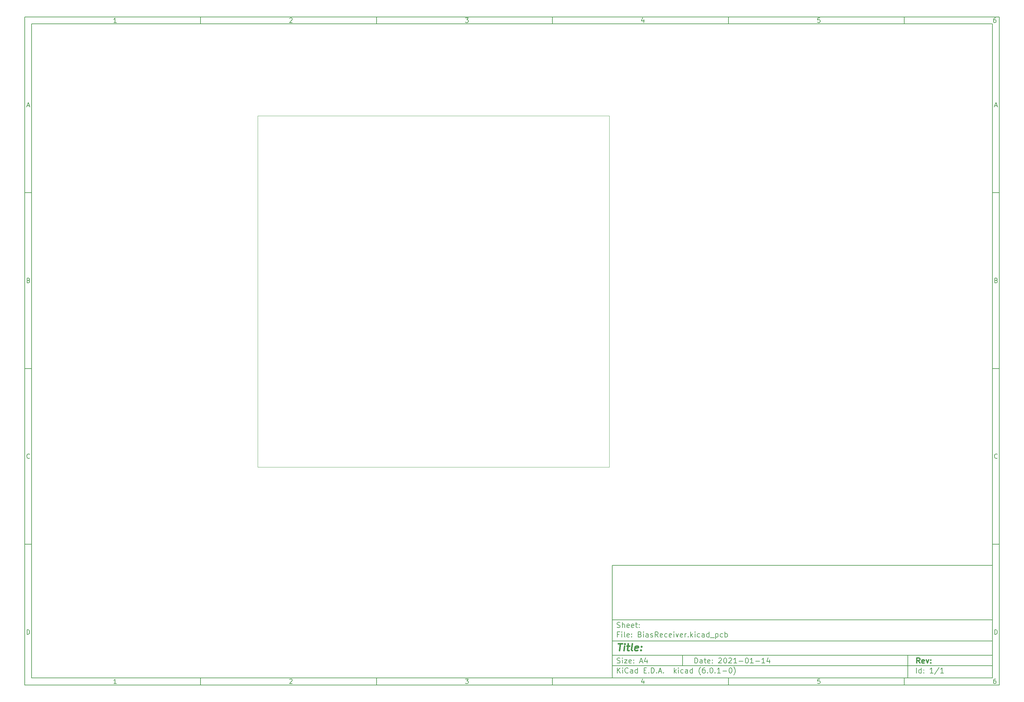
<source format=gbr>
G04 #@! TF.GenerationSoftware,KiCad,Pcbnew,(6.0.1-0)*
G04 #@! TF.CreationDate,2022-01-25T00:00:45-08:00*
G04 #@! TF.ProjectId,BiasReceiver,42696173-5265-4636-9569-7665722e6b69,rev?*
G04 #@! TF.SameCoordinates,Original*
G04 #@! TF.FileFunction,Profile,NP*
%FSLAX46Y46*%
G04 Gerber Fmt 4.6, Leading zero omitted, Abs format (unit mm)*
G04 Created by KiCad (PCBNEW (6.0.1-0)) date 2022-01-25 00:00:45*
%MOMM*%
%LPD*%
G01*
G04 APERTURE LIST*
%ADD10C,0.100000*%
%ADD11C,0.150000*%
%ADD12C,0.300000*%
%ADD13C,0.400000*%
G04 #@! TA.AperFunction,Profile*
%ADD14C,0.050000*%
G04 #@! TD*
G04 APERTURE END LIST*
D10*
D11*
X177002200Y-166007200D02*
X177002200Y-198007200D01*
X285002200Y-198007200D01*
X285002200Y-166007200D01*
X177002200Y-166007200D01*
D10*
D11*
X10000000Y-10000000D02*
X10000000Y-200007200D01*
X287002200Y-200007200D01*
X287002200Y-10000000D01*
X10000000Y-10000000D01*
D10*
D11*
X12000000Y-12000000D02*
X12000000Y-198007200D01*
X285002200Y-198007200D01*
X285002200Y-12000000D01*
X12000000Y-12000000D01*
D10*
D11*
X60000000Y-12000000D02*
X60000000Y-10000000D01*
D10*
D11*
X110000000Y-12000000D02*
X110000000Y-10000000D01*
D10*
D11*
X160000000Y-12000000D02*
X160000000Y-10000000D01*
D10*
D11*
X210000000Y-12000000D02*
X210000000Y-10000000D01*
D10*
D11*
X260000000Y-12000000D02*
X260000000Y-10000000D01*
D10*
D11*
X36065476Y-11588095D02*
X35322619Y-11588095D01*
X35694047Y-11588095D02*
X35694047Y-10288095D01*
X35570238Y-10473809D01*
X35446428Y-10597619D01*
X35322619Y-10659523D01*
D10*
D11*
X85322619Y-10411904D02*
X85384523Y-10350000D01*
X85508333Y-10288095D01*
X85817857Y-10288095D01*
X85941666Y-10350000D01*
X86003571Y-10411904D01*
X86065476Y-10535714D01*
X86065476Y-10659523D01*
X86003571Y-10845238D01*
X85260714Y-11588095D01*
X86065476Y-11588095D01*
D10*
D11*
X135260714Y-10288095D02*
X136065476Y-10288095D01*
X135632142Y-10783333D01*
X135817857Y-10783333D01*
X135941666Y-10845238D01*
X136003571Y-10907142D01*
X136065476Y-11030952D01*
X136065476Y-11340476D01*
X136003571Y-11464285D01*
X135941666Y-11526190D01*
X135817857Y-11588095D01*
X135446428Y-11588095D01*
X135322619Y-11526190D01*
X135260714Y-11464285D01*
D10*
D11*
X185941666Y-10721428D02*
X185941666Y-11588095D01*
X185632142Y-10226190D02*
X185322619Y-11154761D01*
X186127380Y-11154761D01*
D10*
D11*
X236003571Y-10288095D02*
X235384523Y-10288095D01*
X235322619Y-10907142D01*
X235384523Y-10845238D01*
X235508333Y-10783333D01*
X235817857Y-10783333D01*
X235941666Y-10845238D01*
X236003571Y-10907142D01*
X236065476Y-11030952D01*
X236065476Y-11340476D01*
X236003571Y-11464285D01*
X235941666Y-11526190D01*
X235817857Y-11588095D01*
X235508333Y-11588095D01*
X235384523Y-11526190D01*
X235322619Y-11464285D01*
D10*
D11*
X285941666Y-10288095D02*
X285694047Y-10288095D01*
X285570238Y-10350000D01*
X285508333Y-10411904D01*
X285384523Y-10597619D01*
X285322619Y-10845238D01*
X285322619Y-11340476D01*
X285384523Y-11464285D01*
X285446428Y-11526190D01*
X285570238Y-11588095D01*
X285817857Y-11588095D01*
X285941666Y-11526190D01*
X286003571Y-11464285D01*
X286065476Y-11340476D01*
X286065476Y-11030952D01*
X286003571Y-10907142D01*
X285941666Y-10845238D01*
X285817857Y-10783333D01*
X285570238Y-10783333D01*
X285446428Y-10845238D01*
X285384523Y-10907142D01*
X285322619Y-11030952D01*
D10*
D11*
X60000000Y-198007200D02*
X60000000Y-200007200D01*
D10*
D11*
X110000000Y-198007200D02*
X110000000Y-200007200D01*
D10*
D11*
X160000000Y-198007200D02*
X160000000Y-200007200D01*
D10*
D11*
X210000000Y-198007200D02*
X210000000Y-200007200D01*
D10*
D11*
X260000000Y-198007200D02*
X260000000Y-200007200D01*
D10*
D11*
X36065476Y-199595295D02*
X35322619Y-199595295D01*
X35694047Y-199595295D02*
X35694047Y-198295295D01*
X35570238Y-198481009D01*
X35446428Y-198604819D01*
X35322619Y-198666723D01*
D10*
D11*
X85322619Y-198419104D02*
X85384523Y-198357200D01*
X85508333Y-198295295D01*
X85817857Y-198295295D01*
X85941666Y-198357200D01*
X86003571Y-198419104D01*
X86065476Y-198542914D01*
X86065476Y-198666723D01*
X86003571Y-198852438D01*
X85260714Y-199595295D01*
X86065476Y-199595295D01*
D10*
D11*
X135260714Y-198295295D02*
X136065476Y-198295295D01*
X135632142Y-198790533D01*
X135817857Y-198790533D01*
X135941666Y-198852438D01*
X136003571Y-198914342D01*
X136065476Y-199038152D01*
X136065476Y-199347676D01*
X136003571Y-199471485D01*
X135941666Y-199533390D01*
X135817857Y-199595295D01*
X135446428Y-199595295D01*
X135322619Y-199533390D01*
X135260714Y-199471485D01*
D10*
D11*
X185941666Y-198728628D02*
X185941666Y-199595295D01*
X185632142Y-198233390D02*
X185322619Y-199161961D01*
X186127380Y-199161961D01*
D10*
D11*
X236003571Y-198295295D02*
X235384523Y-198295295D01*
X235322619Y-198914342D01*
X235384523Y-198852438D01*
X235508333Y-198790533D01*
X235817857Y-198790533D01*
X235941666Y-198852438D01*
X236003571Y-198914342D01*
X236065476Y-199038152D01*
X236065476Y-199347676D01*
X236003571Y-199471485D01*
X235941666Y-199533390D01*
X235817857Y-199595295D01*
X235508333Y-199595295D01*
X235384523Y-199533390D01*
X235322619Y-199471485D01*
D10*
D11*
X285941666Y-198295295D02*
X285694047Y-198295295D01*
X285570238Y-198357200D01*
X285508333Y-198419104D01*
X285384523Y-198604819D01*
X285322619Y-198852438D01*
X285322619Y-199347676D01*
X285384523Y-199471485D01*
X285446428Y-199533390D01*
X285570238Y-199595295D01*
X285817857Y-199595295D01*
X285941666Y-199533390D01*
X286003571Y-199471485D01*
X286065476Y-199347676D01*
X286065476Y-199038152D01*
X286003571Y-198914342D01*
X285941666Y-198852438D01*
X285817857Y-198790533D01*
X285570238Y-198790533D01*
X285446428Y-198852438D01*
X285384523Y-198914342D01*
X285322619Y-199038152D01*
D10*
D11*
X10000000Y-60000000D02*
X12000000Y-60000000D01*
D10*
D11*
X10000000Y-110000000D02*
X12000000Y-110000000D01*
D10*
D11*
X10000000Y-160000000D02*
X12000000Y-160000000D01*
D10*
D11*
X10690476Y-35216666D02*
X11309523Y-35216666D01*
X10566666Y-35588095D02*
X11000000Y-34288095D01*
X11433333Y-35588095D01*
D10*
D11*
X11092857Y-84907142D02*
X11278571Y-84969047D01*
X11340476Y-85030952D01*
X11402380Y-85154761D01*
X11402380Y-85340476D01*
X11340476Y-85464285D01*
X11278571Y-85526190D01*
X11154761Y-85588095D01*
X10659523Y-85588095D01*
X10659523Y-84288095D01*
X11092857Y-84288095D01*
X11216666Y-84350000D01*
X11278571Y-84411904D01*
X11340476Y-84535714D01*
X11340476Y-84659523D01*
X11278571Y-84783333D01*
X11216666Y-84845238D01*
X11092857Y-84907142D01*
X10659523Y-84907142D01*
D10*
D11*
X11402380Y-135464285D02*
X11340476Y-135526190D01*
X11154761Y-135588095D01*
X11030952Y-135588095D01*
X10845238Y-135526190D01*
X10721428Y-135402380D01*
X10659523Y-135278571D01*
X10597619Y-135030952D01*
X10597619Y-134845238D01*
X10659523Y-134597619D01*
X10721428Y-134473809D01*
X10845238Y-134350000D01*
X11030952Y-134288095D01*
X11154761Y-134288095D01*
X11340476Y-134350000D01*
X11402380Y-134411904D01*
D10*
D11*
X10659523Y-185588095D02*
X10659523Y-184288095D01*
X10969047Y-184288095D01*
X11154761Y-184350000D01*
X11278571Y-184473809D01*
X11340476Y-184597619D01*
X11402380Y-184845238D01*
X11402380Y-185030952D01*
X11340476Y-185278571D01*
X11278571Y-185402380D01*
X11154761Y-185526190D01*
X10969047Y-185588095D01*
X10659523Y-185588095D01*
D10*
D11*
X287002200Y-60000000D02*
X285002200Y-60000000D01*
D10*
D11*
X287002200Y-110000000D02*
X285002200Y-110000000D01*
D10*
D11*
X287002200Y-160000000D02*
X285002200Y-160000000D01*
D10*
D11*
X285692676Y-35216666D02*
X286311723Y-35216666D01*
X285568866Y-35588095D02*
X286002200Y-34288095D01*
X286435533Y-35588095D01*
D10*
D11*
X286095057Y-84907142D02*
X286280771Y-84969047D01*
X286342676Y-85030952D01*
X286404580Y-85154761D01*
X286404580Y-85340476D01*
X286342676Y-85464285D01*
X286280771Y-85526190D01*
X286156961Y-85588095D01*
X285661723Y-85588095D01*
X285661723Y-84288095D01*
X286095057Y-84288095D01*
X286218866Y-84350000D01*
X286280771Y-84411904D01*
X286342676Y-84535714D01*
X286342676Y-84659523D01*
X286280771Y-84783333D01*
X286218866Y-84845238D01*
X286095057Y-84907142D01*
X285661723Y-84907142D01*
D10*
D11*
X286404580Y-135464285D02*
X286342676Y-135526190D01*
X286156961Y-135588095D01*
X286033152Y-135588095D01*
X285847438Y-135526190D01*
X285723628Y-135402380D01*
X285661723Y-135278571D01*
X285599819Y-135030952D01*
X285599819Y-134845238D01*
X285661723Y-134597619D01*
X285723628Y-134473809D01*
X285847438Y-134350000D01*
X286033152Y-134288095D01*
X286156961Y-134288095D01*
X286342676Y-134350000D01*
X286404580Y-134411904D01*
D10*
D11*
X285661723Y-185588095D02*
X285661723Y-184288095D01*
X285971247Y-184288095D01*
X286156961Y-184350000D01*
X286280771Y-184473809D01*
X286342676Y-184597619D01*
X286404580Y-184845238D01*
X286404580Y-185030952D01*
X286342676Y-185278571D01*
X286280771Y-185402380D01*
X286156961Y-185526190D01*
X285971247Y-185588095D01*
X285661723Y-185588095D01*
D10*
D11*
X200434342Y-193785771D02*
X200434342Y-192285771D01*
X200791485Y-192285771D01*
X201005771Y-192357200D01*
X201148628Y-192500057D01*
X201220057Y-192642914D01*
X201291485Y-192928628D01*
X201291485Y-193142914D01*
X201220057Y-193428628D01*
X201148628Y-193571485D01*
X201005771Y-193714342D01*
X200791485Y-193785771D01*
X200434342Y-193785771D01*
X202577200Y-193785771D02*
X202577200Y-193000057D01*
X202505771Y-192857200D01*
X202362914Y-192785771D01*
X202077200Y-192785771D01*
X201934342Y-192857200D01*
X202577200Y-193714342D02*
X202434342Y-193785771D01*
X202077200Y-193785771D01*
X201934342Y-193714342D01*
X201862914Y-193571485D01*
X201862914Y-193428628D01*
X201934342Y-193285771D01*
X202077200Y-193214342D01*
X202434342Y-193214342D01*
X202577200Y-193142914D01*
X203077200Y-192785771D02*
X203648628Y-192785771D01*
X203291485Y-192285771D02*
X203291485Y-193571485D01*
X203362914Y-193714342D01*
X203505771Y-193785771D01*
X203648628Y-193785771D01*
X204720057Y-193714342D02*
X204577200Y-193785771D01*
X204291485Y-193785771D01*
X204148628Y-193714342D01*
X204077200Y-193571485D01*
X204077200Y-193000057D01*
X204148628Y-192857200D01*
X204291485Y-192785771D01*
X204577200Y-192785771D01*
X204720057Y-192857200D01*
X204791485Y-193000057D01*
X204791485Y-193142914D01*
X204077200Y-193285771D01*
X205434342Y-193642914D02*
X205505771Y-193714342D01*
X205434342Y-193785771D01*
X205362914Y-193714342D01*
X205434342Y-193642914D01*
X205434342Y-193785771D01*
X205434342Y-192857200D02*
X205505771Y-192928628D01*
X205434342Y-193000057D01*
X205362914Y-192928628D01*
X205434342Y-192857200D01*
X205434342Y-193000057D01*
X207220057Y-192428628D02*
X207291485Y-192357200D01*
X207434342Y-192285771D01*
X207791485Y-192285771D01*
X207934342Y-192357200D01*
X208005771Y-192428628D01*
X208077200Y-192571485D01*
X208077200Y-192714342D01*
X208005771Y-192928628D01*
X207148628Y-193785771D01*
X208077200Y-193785771D01*
X209005771Y-192285771D02*
X209148628Y-192285771D01*
X209291485Y-192357200D01*
X209362914Y-192428628D01*
X209434342Y-192571485D01*
X209505771Y-192857200D01*
X209505771Y-193214342D01*
X209434342Y-193500057D01*
X209362914Y-193642914D01*
X209291485Y-193714342D01*
X209148628Y-193785771D01*
X209005771Y-193785771D01*
X208862914Y-193714342D01*
X208791485Y-193642914D01*
X208720057Y-193500057D01*
X208648628Y-193214342D01*
X208648628Y-192857200D01*
X208720057Y-192571485D01*
X208791485Y-192428628D01*
X208862914Y-192357200D01*
X209005771Y-192285771D01*
X210077200Y-192428628D02*
X210148628Y-192357200D01*
X210291485Y-192285771D01*
X210648628Y-192285771D01*
X210791485Y-192357200D01*
X210862914Y-192428628D01*
X210934342Y-192571485D01*
X210934342Y-192714342D01*
X210862914Y-192928628D01*
X210005771Y-193785771D01*
X210934342Y-193785771D01*
X212362914Y-193785771D02*
X211505771Y-193785771D01*
X211934342Y-193785771D02*
X211934342Y-192285771D01*
X211791485Y-192500057D01*
X211648628Y-192642914D01*
X211505771Y-192714342D01*
X213005771Y-193214342D02*
X214148628Y-193214342D01*
X215148628Y-192285771D02*
X215291485Y-192285771D01*
X215434342Y-192357200D01*
X215505771Y-192428628D01*
X215577200Y-192571485D01*
X215648628Y-192857200D01*
X215648628Y-193214342D01*
X215577200Y-193500057D01*
X215505771Y-193642914D01*
X215434342Y-193714342D01*
X215291485Y-193785771D01*
X215148628Y-193785771D01*
X215005771Y-193714342D01*
X214934342Y-193642914D01*
X214862914Y-193500057D01*
X214791485Y-193214342D01*
X214791485Y-192857200D01*
X214862914Y-192571485D01*
X214934342Y-192428628D01*
X215005771Y-192357200D01*
X215148628Y-192285771D01*
X217077200Y-193785771D02*
X216220057Y-193785771D01*
X216648628Y-193785771D02*
X216648628Y-192285771D01*
X216505771Y-192500057D01*
X216362914Y-192642914D01*
X216220057Y-192714342D01*
X217720057Y-193214342D02*
X218862914Y-193214342D01*
X220362914Y-193785771D02*
X219505771Y-193785771D01*
X219934342Y-193785771D02*
X219934342Y-192285771D01*
X219791485Y-192500057D01*
X219648628Y-192642914D01*
X219505771Y-192714342D01*
X221648628Y-192785771D02*
X221648628Y-193785771D01*
X221291485Y-192214342D02*
X220934342Y-193285771D01*
X221862914Y-193285771D01*
D10*
D11*
X177002200Y-194507200D02*
X285002200Y-194507200D01*
D10*
D11*
X178434342Y-196585771D02*
X178434342Y-195085771D01*
X179291485Y-196585771D02*
X178648628Y-195728628D01*
X179291485Y-195085771D02*
X178434342Y-195942914D01*
X179934342Y-196585771D02*
X179934342Y-195585771D01*
X179934342Y-195085771D02*
X179862914Y-195157200D01*
X179934342Y-195228628D01*
X180005771Y-195157200D01*
X179934342Y-195085771D01*
X179934342Y-195228628D01*
X181505771Y-196442914D02*
X181434342Y-196514342D01*
X181220057Y-196585771D01*
X181077200Y-196585771D01*
X180862914Y-196514342D01*
X180720057Y-196371485D01*
X180648628Y-196228628D01*
X180577200Y-195942914D01*
X180577200Y-195728628D01*
X180648628Y-195442914D01*
X180720057Y-195300057D01*
X180862914Y-195157200D01*
X181077200Y-195085771D01*
X181220057Y-195085771D01*
X181434342Y-195157200D01*
X181505771Y-195228628D01*
X182791485Y-196585771D02*
X182791485Y-195800057D01*
X182720057Y-195657200D01*
X182577200Y-195585771D01*
X182291485Y-195585771D01*
X182148628Y-195657200D01*
X182791485Y-196514342D02*
X182648628Y-196585771D01*
X182291485Y-196585771D01*
X182148628Y-196514342D01*
X182077200Y-196371485D01*
X182077200Y-196228628D01*
X182148628Y-196085771D01*
X182291485Y-196014342D01*
X182648628Y-196014342D01*
X182791485Y-195942914D01*
X184148628Y-196585771D02*
X184148628Y-195085771D01*
X184148628Y-196514342D02*
X184005771Y-196585771D01*
X183720057Y-196585771D01*
X183577200Y-196514342D01*
X183505771Y-196442914D01*
X183434342Y-196300057D01*
X183434342Y-195871485D01*
X183505771Y-195728628D01*
X183577200Y-195657200D01*
X183720057Y-195585771D01*
X184005771Y-195585771D01*
X184148628Y-195657200D01*
X186005771Y-195800057D02*
X186505771Y-195800057D01*
X186720057Y-196585771D02*
X186005771Y-196585771D01*
X186005771Y-195085771D01*
X186720057Y-195085771D01*
X187362914Y-196442914D02*
X187434342Y-196514342D01*
X187362914Y-196585771D01*
X187291485Y-196514342D01*
X187362914Y-196442914D01*
X187362914Y-196585771D01*
X188077200Y-196585771D02*
X188077200Y-195085771D01*
X188434342Y-195085771D01*
X188648628Y-195157200D01*
X188791485Y-195300057D01*
X188862914Y-195442914D01*
X188934342Y-195728628D01*
X188934342Y-195942914D01*
X188862914Y-196228628D01*
X188791485Y-196371485D01*
X188648628Y-196514342D01*
X188434342Y-196585771D01*
X188077200Y-196585771D01*
X189577200Y-196442914D02*
X189648628Y-196514342D01*
X189577200Y-196585771D01*
X189505771Y-196514342D01*
X189577200Y-196442914D01*
X189577200Y-196585771D01*
X190220057Y-196157200D02*
X190934342Y-196157200D01*
X190077200Y-196585771D02*
X190577200Y-195085771D01*
X191077200Y-196585771D01*
X191577200Y-196442914D02*
X191648628Y-196514342D01*
X191577200Y-196585771D01*
X191505771Y-196514342D01*
X191577200Y-196442914D01*
X191577200Y-196585771D01*
X194577200Y-196585771D02*
X194577200Y-195085771D01*
X194720057Y-196014342D02*
X195148628Y-196585771D01*
X195148628Y-195585771D02*
X194577200Y-196157200D01*
X195791485Y-196585771D02*
X195791485Y-195585771D01*
X195791485Y-195085771D02*
X195720057Y-195157200D01*
X195791485Y-195228628D01*
X195862914Y-195157200D01*
X195791485Y-195085771D01*
X195791485Y-195228628D01*
X197148628Y-196514342D02*
X197005771Y-196585771D01*
X196720057Y-196585771D01*
X196577200Y-196514342D01*
X196505771Y-196442914D01*
X196434342Y-196300057D01*
X196434342Y-195871485D01*
X196505771Y-195728628D01*
X196577200Y-195657200D01*
X196720057Y-195585771D01*
X197005771Y-195585771D01*
X197148628Y-195657200D01*
X198434342Y-196585771D02*
X198434342Y-195800057D01*
X198362914Y-195657200D01*
X198220057Y-195585771D01*
X197934342Y-195585771D01*
X197791485Y-195657200D01*
X198434342Y-196514342D02*
X198291485Y-196585771D01*
X197934342Y-196585771D01*
X197791485Y-196514342D01*
X197720057Y-196371485D01*
X197720057Y-196228628D01*
X197791485Y-196085771D01*
X197934342Y-196014342D01*
X198291485Y-196014342D01*
X198434342Y-195942914D01*
X199791485Y-196585771D02*
X199791485Y-195085771D01*
X199791485Y-196514342D02*
X199648628Y-196585771D01*
X199362914Y-196585771D01*
X199220057Y-196514342D01*
X199148628Y-196442914D01*
X199077200Y-196300057D01*
X199077200Y-195871485D01*
X199148628Y-195728628D01*
X199220057Y-195657200D01*
X199362914Y-195585771D01*
X199648628Y-195585771D01*
X199791485Y-195657200D01*
X202077200Y-197157200D02*
X202005771Y-197085771D01*
X201862914Y-196871485D01*
X201791485Y-196728628D01*
X201720057Y-196514342D01*
X201648628Y-196157200D01*
X201648628Y-195871485D01*
X201720057Y-195514342D01*
X201791485Y-195300057D01*
X201862914Y-195157200D01*
X202005771Y-194942914D01*
X202077200Y-194871485D01*
X203291485Y-195085771D02*
X203005771Y-195085771D01*
X202862914Y-195157200D01*
X202791485Y-195228628D01*
X202648628Y-195442914D01*
X202577200Y-195728628D01*
X202577200Y-196300057D01*
X202648628Y-196442914D01*
X202720057Y-196514342D01*
X202862914Y-196585771D01*
X203148628Y-196585771D01*
X203291485Y-196514342D01*
X203362914Y-196442914D01*
X203434342Y-196300057D01*
X203434342Y-195942914D01*
X203362914Y-195800057D01*
X203291485Y-195728628D01*
X203148628Y-195657200D01*
X202862914Y-195657200D01*
X202720057Y-195728628D01*
X202648628Y-195800057D01*
X202577200Y-195942914D01*
X204077200Y-196442914D02*
X204148628Y-196514342D01*
X204077200Y-196585771D01*
X204005771Y-196514342D01*
X204077200Y-196442914D01*
X204077200Y-196585771D01*
X205077200Y-195085771D02*
X205220057Y-195085771D01*
X205362914Y-195157200D01*
X205434342Y-195228628D01*
X205505771Y-195371485D01*
X205577200Y-195657200D01*
X205577200Y-196014342D01*
X205505771Y-196300057D01*
X205434342Y-196442914D01*
X205362914Y-196514342D01*
X205220057Y-196585771D01*
X205077200Y-196585771D01*
X204934342Y-196514342D01*
X204862914Y-196442914D01*
X204791485Y-196300057D01*
X204720057Y-196014342D01*
X204720057Y-195657200D01*
X204791485Y-195371485D01*
X204862914Y-195228628D01*
X204934342Y-195157200D01*
X205077200Y-195085771D01*
X206220057Y-196442914D02*
X206291485Y-196514342D01*
X206220057Y-196585771D01*
X206148628Y-196514342D01*
X206220057Y-196442914D01*
X206220057Y-196585771D01*
X207720057Y-196585771D02*
X206862914Y-196585771D01*
X207291485Y-196585771D02*
X207291485Y-195085771D01*
X207148628Y-195300057D01*
X207005771Y-195442914D01*
X206862914Y-195514342D01*
X208362914Y-196014342D02*
X209505771Y-196014342D01*
X210505771Y-195085771D02*
X210648628Y-195085771D01*
X210791485Y-195157200D01*
X210862914Y-195228628D01*
X210934342Y-195371485D01*
X211005771Y-195657200D01*
X211005771Y-196014342D01*
X210934342Y-196300057D01*
X210862914Y-196442914D01*
X210791485Y-196514342D01*
X210648628Y-196585771D01*
X210505771Y-196585771D01*
X210362914Y-196514342D01*
X210291485Y-196442914D01*
X210220057Y-196300057D01*
X210148628Y-196014342D01*
X210148628Y-195657200D01*
X210220057Y-195371485D01*
X210291485Y-195228628D01*
X210362914Y-195157200D01*
X210505771Y-195085771D01*
X211505771Y-197157200D02*
X211577200Y-197085771D01*
X211720057Y-196871485D01*
X211791485Y-196728628D01*
X211862914Y-196514342D01*
X211934342Y-196157200D01*
X211934342Y-195871485D01*
X211862914Y-195514342D01*
X211791485Y-195300057D01*
X211720057Y-195157200D01*
X211577200Y-194942914D01*
X211505771Y-194871485D01*
D10*
D11*
X177002200Y-191507200D02*
X285002200Y-191507200D01*
D10*
D12*
X264411485Y-193785771D02*
X263911485Y-193071485D01*
X263554342Y-193785771D02*
X263554342Y-192285771D01*
X264125771Y-192285771D01*
X264268628Y-192357200D01*
X264340057Y-192428628D01*
X264411485Y-192571485D01*
X264411485Y-192785771D01*
X264340057Y-192928628D01*
X264268628Y-193000057D01*
X264125771Y-193071485D01*
X263554342Y-193071485D01*
X265625771Y-193714342D02*
X265482914Y-193785771D01*
X265197200Y-193785771D01*
X265054342Y-193714342D01*
X264982914Y-193571485D01*
X264982914Y-193000057D01*
X265054342Y-192857200D01*
X265197200Y-192785771D01*
X265482914Y-192785771D01*
X265625771Y-192857200D01*
X265697200Y-193000057D01*
X265697200Y-193142914D01*
X264982914Y-193285771D01*
X266197200Y-192785771D02*
X266554342Y-193785771D01*
X266911485Y-192785771D01*
X267482914Y-193642914D02*
X267554342Y-193714342D01*
X267482914Y-193785771D01*
X267411485Y-193714342D01*
X267482914Y-193642914D01*
X267482914Y-193785771D01*
X267482914Y-192857200D02*
X267554342Y-192928628D01*
X267482914Y-193000057D01*
X267411485Y-192928628D01*
X267482914Y-192857200D01*
X267482914Y-193000057D01*
D10*
D11*
X178362914Y-193714342D02*
X178577200Y-193785771D01*
X178934342Y-193785771D01*
X179077200Y-193714342D01*
X179148628Y-193642914D01*
X179220057Y-193500057D01*
X179220057Y-193357200D01*
X179148628Y-193214342D01*
X179077200Y-193142914D01*
X178934342Y-193071485D01*
X178648628Y-193000057D01*
X178505771Y-192928628D01*
X178434342Y-192857200D01*
X178362914Y-192714342D01*
X178362914Y-192571485D01*
X178434342Y-192428628D01*
X178505771Y-192357200D01*
X178648628Y-192285771D01*
X179005771Y-192285771D01*
X179220057Y-192357200D01*
X179862914Y-193785771D02*
X179862914Y-192785771D01*
X179862914Y-192285771D02*
X179791485Y-192357200D01*
X179862914Y-192428628D01*
X179934342Y-192357200D01*
X179862914Y-192285771D01*
X179862914Y-192428628D01*
X180434342Y-192785771D02*
X181220057Y-192785771D01*
X180434342Y-193785771D01*
X181220057Y-193785771D01*
X182362914Y-193714342D02*
X182220057Y-193785771D01*
X181934342Y-193785771D01*
X181791485Y-193714342D01*
X181720057Y-193571485D01*
X181720057Y-193000057D01*
X181791485Y-192857200D01*
X181934342Y-192785771D01*
X182220057Y-192785771D01*
X182362914Y-192857200D01*
X182434342Y-193000057D01*
X182434342Y-193142914D01*
X181720057Y-193285771D01*
X183077200Y-193642914D02*
X183148628Y-193714342D01*
X183077200Y-193785771D01*
X183005771Y-193714342D01*
X183077200Y-193642914D01*
X183077200Y-193785771D01*
X183077200Y-192857200D02*
X183148628Y-192928628D01*
X183077200Y-193000057D01*
X183005771Y-192928628D01*
X183077200Y-192857200D01*
X183077200Y-193000057D01*
X184862914Y-193357200D02*
X185577200Y-193357200D01*
X184720057Y-193785771D02*
X185220057Y-192285771D01*
X185720057Y-193785771D01*
X186862914Y-192785771D02*
X186862914Y-193785771D01*
X186505771Y-192214342D02*
X186148628Y-193285771D01*
X187077200Y-193285771D01*
D10*
D11*
X263434342Y-196585771D02*
X263434342Y-195085771D01*
X264791485Y-196585771D02*
X264791485Y-195085771D01*
X264791485Y-196514342D02*
X264648628Y-196585771D01*
X264362914Y-196585771D01*
X264220057Y-196514342D01*
X264148628Y-196442914D01*
X264077200Y-196300057D01*
X264077200Y-195871485D01*
X264148628Y-195728628D01*
X264220057Y-195657200D01*
X264362914Y-195585771D01*
X264648628Y-195585771D01*
X264791485Y-195657200D01*
X265505771Y-196442914D02*
X265577200Y-196514342D01*
X265505771Y-196585771D01*
X265434342Y-196514342D01*
X265505771Y-196442914D01*
X265505771Y-196585771D01*
X265505771Y-195657200D02*
X265577200Y-195728628D01*
X265505771Y-195800057D01*
X265434342Y-195728628D01*
X265505771Y-195657200D01*
X265505771Y-195800057D01*
X268148628Y-196585771D02*
X267291485Y-196585771D01*
X267720057Y-196585771D02*
X267720057Y-195085771D01*
X267577200Y-195300057D01*
X267434342Y-195442914D01*
X267291485Y-195514342D01*
X269862914Y-195014342D02*
X268577200Y-196942914D01*
X271148628Y-196585771D02*
X270291485Y-196585771D01*
X270720057Y-196585771D02*
X270720057Y-195085771D01*
X270577200Y-195300057D01*
X270434342Y-195442914D01*
X270291485Y-195514342D01*
D10*
D11*
X177002200Y-187507200D02*
X285002200Y-187507200D01*
D10*
D13*
X178714580Y-188211961D02*
X179857438Y-188211961D01*
X179036009Y-190211961D02*
X179286009Y-188211961D01*
X180274104Y-190211961D02*
X180440771Y-188878628D01*
X180524104Y-188211961D02*
X180416961Y-188307200D01*
X180500295Y-188402438D01*
X180607438Y-188307200D01*
X180524104Y-188211961D01*
X180500295Y-188402438D01*
X181107438Y-188878628D02*
X181869342Y-188878628D01*
X181476485Y-188211961D02*
X181262200Y-189926247D01*
X181333628Y-190116723D01*
X181512200Y-190211961D01*
X181702676Y-190211961D01*
X182655057Y-190211961D02*
X182476485Y-190116723D01*
X182405057Y-189926247D01*
X182619342Y-188211961D01*
X184190771Y-190116723D02*
X183988390Y-190211961D01*
X183607438Y-190211961D01*
X183428866Y-190116723D01*
X183357438Y-189926247D01*
X183452676Y-189164342D01*
X183571723Y-188973866D01*
X183774104Y-188878628D01*
X184155057Y-188878628D01*
X184333628Y-188973866D01*
X184405057Y-189164342D01*
X184381247Y-189354819D01*
X183405057Y-189545295D01*
X185155057Y-190021485D02*
X185238390Y-190116723D01*
X185131247Y-190211961D01*
X185047914Y-190116723D01*
X185155057Y-190021485D01*
X185131247Y-190211961D01*
X185286009Y-188973866D02*
X185369342Y-189069104D01*
X185262200Y-189164342D01*
X185178866Y-189069104D01*
X185286009Y-188973866D01*
X185262200Y-189164342D01*
D10*
D11*
X178934342Y-185600057D02*
X178434342Y-185600057D01*
X178434342Y-186385771D02*
X178434342Y-184885771D01*
X179148628Y-184885771D01*
X179720057Y-186385771D02*
X179720057Y-185385771D01*
X179720057Y-184885771D02*
X179648628Y-184957200D01*
X179720057Y-185028628D01*
X179791485Y-184957200D01*
X179720057Y-184885771D01*
X179720057Y-185028628D01*
X180648628Y-186385771D02*
X180505771Y-186314342D01*
X180434342Y-186171485D01*
X180434342Y-184885771D01*
X181791485Y-186314342D02*
X181648628Y-186385771D01*
X181362914Y-186385771D01*
X181220057Y-186314342D01*
X181148628Y-186171485D01*
X181148628Y-185600057D01*
X181220057Y-185457200D01*
X181362914Y-185385771D01*
X181648628Y-185385771D01*
X181791485Y-185457200D01*
X181862914Y-185600057D01*
X181862914Y-185742914D01*
X181148628Y-185885771D01*
X182505771Y-186242914D02*
X182577200Y-186314342D01*
X182505771Y-186385771D01*
X182434342Y-186314342D01*
X182505771Y-186242914D01*
X182505771Y-186385771D01*
X182505771Y-185457200D02*
X182577200Y-185528628D01*
X182505771Y-185600057D01*
X182434342Y-185528628D01*
X182505771Y-185457200D01*
X182505771Y-185600057D01*
X184862914Y-185600057D02*
X185077200Y-185671485D01*
X185148628Y-185742914D01*
X185220057Y-185885771D01*
X185220057Y-186100057D01*
X185148628Y-186242914D01*
X185077200Y-186314342D01*
X184934342Y-186385771D01*
X184362914Y-186385771D01*
X184362914Y-184885771D01*
X184862914Y-184885771D01*
X185005771Y-184957200D01*
X185077200Y-185028628D01*
X185148628Y-185171485D01*
X185148628Y-185314342D01*
X185077200Y-185457200D01*
X185005771Y-185528628D01*
X184862914Y-185600057D01*
X184362914Y-185600057D01*
X185862914Y-186385771D02*
X185862914Y-185385771D01*
X185862914Y-184885771D02*
X185791485Y-184957200D01*
X185862914Y-185028628D01*
X185934342Y-184957200D01*
X185862914Y-184885771D01*
X185862914Y-185028628D01*
X187220057Y-186385771D02*
X187220057Y-185600057D01*
X187148628Y-185457200D01*
X187005771Y-185385771D01*
X186720057Y-185385771D01*
X186577200Y-185457200D01*
X187220057Y-186314342D02*
X187077200Y-186385771D01*
X186720057Y-186385771D01*
X186577200Y-186314342D01*
X186505771Y-186171485D01*
X186505771Y-186028628D01*
X186577200Y-185885771D01*
X186720057Y-185814342D01*
X187077200Y-185814342D01*
X187220057Y-185742914D01*
X187862914Y-186314342D02*
X188005771Y-186385771D01*
X188291485Y-186385771D01*
X188434342Y-186314342D01*
X188505771Y-186171485D01*
X188505771Y-186100057D01*
X188434342Y-185957200D01*
X188291485Y-185885771D01*
X188077200Y-185885771D01*
X187934342Y-185814342D01*
X187862914Y-185671485D01*
X187862914Y-185600057D01*
X187934342Y-185457200D01*
X188077200Y-185385771D01*
X188291485Y-185385771D01*
X188434342Y-185457200D01*
X190005771Y-186385771D02*
X189505771Y-185671485D01*
X189148628Y-186385771D02*
X189148628Y-184885771D01*
X189720057Y-184885771D01*
X189862914Y-184957200D01*
X189934342Y-185028628D01*
X190005771Y-185171485D01*
X190005771Y-185385771D01*
X189934342Y-185528628D01*
X189862914Y-185600057D01*
X189720057Y-185671485D01*
X189148628Y-185671485D01*
X191220057Y-186314342D02*
X191077200Y-186385771D01*
X190791485Y-186385771D01*
X190648628Y-186314342D01*
X190577200Y-186171485D01*
X190577200Y-185600057D01*
X190648628Y-185457200D01*
X190791485Y-185385771D01*
X191077200Y-185385771D01*
X191220057Y-185457200D01*
X191291485Y-185600057D01*
X191291485Y-185742914D01*
X190577200Y-185885771D01*
X192577200Y-186314342D02*
X192434342Y-186385771D01*
X192148628Y-186385771D01*
X192005771Y-186314342D01*
X191934342Y-186242914D01*
X191862914Y-186100057D01*
X191862914Y-185671485D01*
X191934342Y-185528628D01*
X192005771Y-185457200D01*
X192148628Y-185385771D01*
X192434342Y-185385771D01*
X192577200Y-185457200D01*
X193791485Y-186314342D02*
X193648628Y-186385771D01*
X193362914Y-186385771D01*
X193220057Y-186314342D01*
X193148628Y-186171485D01*
X193148628Y-185600057D01*
X193220057Y-185457200D01*
X193362914Y-185385771D01*
X193648628Y-185385771D01*
X193791485Y-185457200D01*
X193862914Y-185600057D01*
X193862914Y-185742914D01*
X193148628Y-185885771D01*
X194505771Y-186385771D02*
X194505771Y-185385771D01*
X194505771Y-184885771D02*
X194434342Y-184957200D01*
X194505771Y-185028628D01*
X194577200Y-184957200D01*
X194505771Y-184885771D01*
X194505771Y-185028628D01*
X195077200Y-185385771D02*
X195434342Y-186385771D01*
X195791485Y-185385771D01*
X196934342Y-186314342D02*
X196791485Y-186385771D01*
X196505771Y-186385771D01*
X196362914Y-186314342D01*
X196291485Y-186171485D01*
X196291485Y-185600057D01*
X196362914Y-185457200D01*
X196505771Y-185385771D01*
X196791485Y-185385771D01*
X196934342Y-185457200D01*
X197005771Y-185600057D01*
X197005771Y-185742914D01*
X196291485Y-185885771D01*
X197648628Y-186385771D02*
X197648628Y-185385771D01*
X197648628Y-185671485D02*
X197720057Y-185528628D01*
X197791485Y-185457200D01*
X197934342Y-185385771D01*
X198077200Y-185385771D01*
X198577200Y-186242914D02*
X198648628Y-186314342D01*
X198577200Y-186385771D01*
X198505771Y-186314342D01*
X198577200Y-186242914D01*
X198577200Y-186385771D01*
X199291485Y-186385771D02*
X199291485Y-184885771D01*
X199434342Y-185814342D02*
X199862914Y-186385771D01*
X199862914Y-185385771D02*
X199291485Y-185957200D01*
X200505771Y-186385771D02*
X200505771Y-185385771D01*
X200505771Y-184885771D02*
X200434342Y-184957200D01*
X200505771Y-185028628D01*
X200577200Y-184957200D01*
X200505771Y-184885771D01*
X200505771Y-185028628D01*
X201862914Y-186314342D02*
X201720057Y-186385771D01*
X201434342Y-186385771D01*
X201291485Y-186314342D01*
X201220057Y-186242914D01*
X201148628Y-186100057D01*
X201148628Y-185671485D01*
X201220057Y-185528628D01*
X201291485Y-185457200D01*
X201434342Y-185385771D01*
X201720057Y-185385771D01*
X201862914Y-185457200D01*
X203148628Y-186385771D02*
X203148628Y-185600057D01*
X203077200Y-185457200D01*
X202934342Y-185385771D01*
X202648628Y-185385771D01*
X202505771Y-185457200D01*
X203148628Y-186314342D02*
X203005771Y-186385771D01*
X202648628Y-186385771D01*
X202505771Y-186314342D01*
X202434342Y-186171485D01*
X202434342Y-186028628D01*
X202505771Y-185885771D01*
X202648628Y-185814342D01*
X203005771Y-185814342D01*
X203148628Y-185742914D01*
X204505771Y-186385771D02*
X204505771Y-184885771D01*
X204505771Y-186314342D02*
X204362914Y-186385771D01*
X204077200Y-186385771D01*
X203934342Y-186314342D01*
X203862914Y-186242914D01*
X203791485Y-186100057D01*
X203791485Y-185671485D01*
X203862914Y-185528628D01*
X203934342Y-185457200D01*
X204077200Y-185385771D01*
X204362914Y-185385771D01*
X204505771Y-185457200D01*
X204862914Y-186528628D02*
X206005771Y-186528628D01*
X206362914Y-185385771D02*
X206362914Y-186885771D01*
X206362914Y-185457200D02*
X206505771Y-185385771D01*
X206791485Y-185385771D01*
X206934342Y-185457200D01*
X207005771Y-185528628D01*
X207077200Y-185671485D01*
X207077200Y-186100057D01*
X207005771Y-186242914D01*
X206934342Y-186314342D01*
X206791485Y-186385771D01*
X206505771Y-186385771D01*
X206362914Y-186314342D01*
X208362914Y-186314342D02*
X208220057Y-186385771D01*
X207934342Y-186385771D01*
X207791485Y-186314342D01*
X207720057Y-186242914D01*
X207648628Y-186100057D01*
X207648628Y-185671485D01*
X207720057Y-185528628D01*
X207791485Y-185457200D01*
X207934342Y-185385771D01*
X208220057Y-185385771D01*
X208362914Y-185457200D01*
X209005771Y-186385771D02*
X209005771Y-184885771D01*
X209005771Y-185457200D02*
X209148628Y-185385771D01*
X209434342Y-185385771D01*
X209577200Y-185457200D01*
X209648628Y-185528628D01*
X209720057Y-185671485D01*
X209720057Y-186100057D01*
X209648628Y-186242914D01*
X209577200Y-186314342D01*
X209434342Y-186385771D01*
X209148628Y-186385771D01*
X209005771Y-186314342D01*
D10*
D11*
X177002200Y-181507200D02*
X285002200Y-181507200D01*
D10*
D11*
X178362914Y-183614342D02*
X178577200Y-183685771D01*
X178934342Y-183685771D01*
X179077200Y-183614342D01*
X179148628Y-183542914D01*
X179220057Y-183400057D01*
X179220057Y-183257200D01*
X179148628Y-183114342D01*
X179077200Y-183042914D01*
X178934342Y-182971485D01*
X178648628Y-182900057D01*
X178505771Y-182828628D01*
X178434342Y-182757200D01*
X178362914Y-182614342D01*
X178362914Y-182471485D01*
X178434342Y-182328628D01*
X178505771Y-182257200D01*
X178648628Y-182185771D01*
X179005771Y-182185771D01*
X179220057Y-182257200D01*
X179862914Y-183685771D02*
X179862914Y-182185771D01*
X180505771Y-183685771D02*
X180505771Y-182900057D01*
X180434342Y-182757200D01*
X180291485Y-182685771D01*
X180077200Y-182685771D01*
X179934342Y-182757200D01*
X179862914Y-182828628D01*
X181791485Y-183614342D02*
X181648628Y-183685771D01*
X181362914Y-183685771D01*
X181220057Y-183614342D01*
X181148628Y-183471485D01*
X181148628Y-182900057D01*
X181220057Y-182757200D01*
X181362914Y-182685771D01*
X181648628Y-182685771D01*
X181791485Y-182757200D01*
X181862914Y-182900057D01*
X181862914Y-183042914D01*
X181148628Y-183185771D01*
X183077200Y-183614342D02*
X182934342Y-183685771D01*
X182648628Y-183685771D01*
X182505771Y-183614342D01*
X182434342Y-183471485D01*
X182434342Y-182900057D01*
X182505771Y-182757200D01*
X182648628Y-182685771D01*
X182934342Y-182685771D01*
X183077200Y-182757200D01*
X183148628Y-182900057D01*
X183148628Y-183042914D01*
X182434342Y-183185771D01*
X183577200Y-182685771D02*
X184148628Y-182685771D01*
X183791485Y-182185771D02*
X183791485Y-183471485D01*
X183862914Y-183614342D01*
X184005771Y-183685771D01*
X184148628Y-183685771D01*
X184648628Y-183542914D02*
X184720057Y-183614342D01*
X184648628Y-183685771D01*
X184577200Y-183614342D01*
X184648628Y-183542914D01*
X184648628Y-183685771D01*
X184648628Y-182757200D02*
X184720057Y-182828628D01*
X184648628Y-182900057D01*
X184577200Y-182828628D01*
X184648628Y-182757200D01*
X184648628Y-182900057D01*
D10*
D12*
D10*
D11*
D10*
D11*
D10*
D11*
D10*
D11*
D10*
D11*
X197002200Y-191507200D02*
X197002200Y-194507200D01*
D10*
D11*
X261002200Y-191507200D02*
X261002200Y-198007200D01*
D14*
X76200000Y-38100000D02*
X176149000Y-38100000D01*
X176149000Y-38100000D02*
X176149000Y-138049000D01*
X176149000Y-138049000D02*
X76200000Y-138049000D01*
X76200000Y-138049000D02*
X76200000Y-38100000D01*
M02*

</source>
